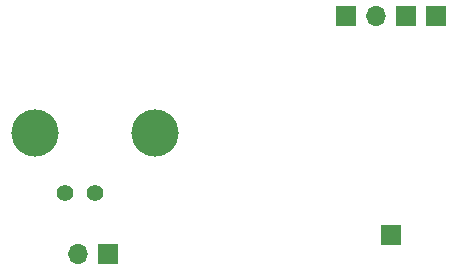
<source format=gbr>
%TF.GenerationSoftware,KiCad,Pcbnew,6.0.2+dfsg-1*%
%TF.CreationDate,2023-03-03T12:49:28-07:00*%
%TF.ProjectId,flex_fixture,666c6578-5f66-4697-9874-7572652e6b69,rev?*%
%TF.SameCoordinates,Original*%
%TF.FileFunction,Copper,L1,Top*%
%TF.FilePolarity,Positive*%
%FSLAX46Y46*%
G04 Gerber Fmt 4.6, Leading zero omitted, Abs format (unit mm)*
G04 Created by KiCad (PCBNEW 6.0.2+dfsg-1) date 2023-03-03 12:49:28*
%MOMM*%
%LPD*%
G01*
G04 APERTURE LIST*
%TA.AperFunction,ComponentPad*%
%ADD10C,1.400000*%
%TD*%
%TA.AperFunction,ComponentPad*%
%ADD11C,4.000000*%
%TD*%
%TA.AperFunction,ComponentPad*%
%ADD12R,1.700000X1.700000*%
%TD*%
%TA.AperFunction,ComponentPad*%
%ADD13O,1.700000X1.700000*%
%TD*%
G04 APERTURE END LIST*
D10*
%TO.P,J1,1,In*%
%TO.N,Net-(J1-Pad1)*%
X104100000Y-98765000D03*
%TO.P,J1,2,Ext*%
%TO.N,Net-(J1-Pad2)*%
X101560000Y-98765000D03*
D11*
%TO.P,J1,~*%
%TO.N,N/C*%
X109180000Y-93685000D03*
X99020000Y-93685000D03*
%TD*%
D12*
%TO.P,J3,1,Pin_1*%
%TO.N,Net-(J3-Pad1)*%
X130470000Y-83800000D03*
D13*
%TO.P,J3,2,Pin_2*%
%TO.N,Net-(J3-Pad2)*%
X127930000Y-83800000D03*
%TD*%
D12*
%TO.P,J6,1,Pin_1*%
%TO.N,Net-(J6-Pad1)*%
X133010000Y-83800000D03*
%TD*%
%TO.P,J5,1,Pin_1*%
%TO.N,Net-(J3-Pad2)*%
X125390000Y-83800000D03*
%TD*%
%TO.P,J4,1,Pin_1*%
%TO.N,Net-(J3-Pad1)*%
X129200000Y-102300000D03*
%TD*%
%TO.P,J2,1,Pin_1*%
%TO.N,Net-(J1-Pad1)*%
X105275000Y-103900000D03*
D13*
%TO.P,J2,2,Pin_2*%
%TO.N,Net-(J1-Pad2)*%
X102735000Y-103900000D03*
%TD*%
M02*

</source>
